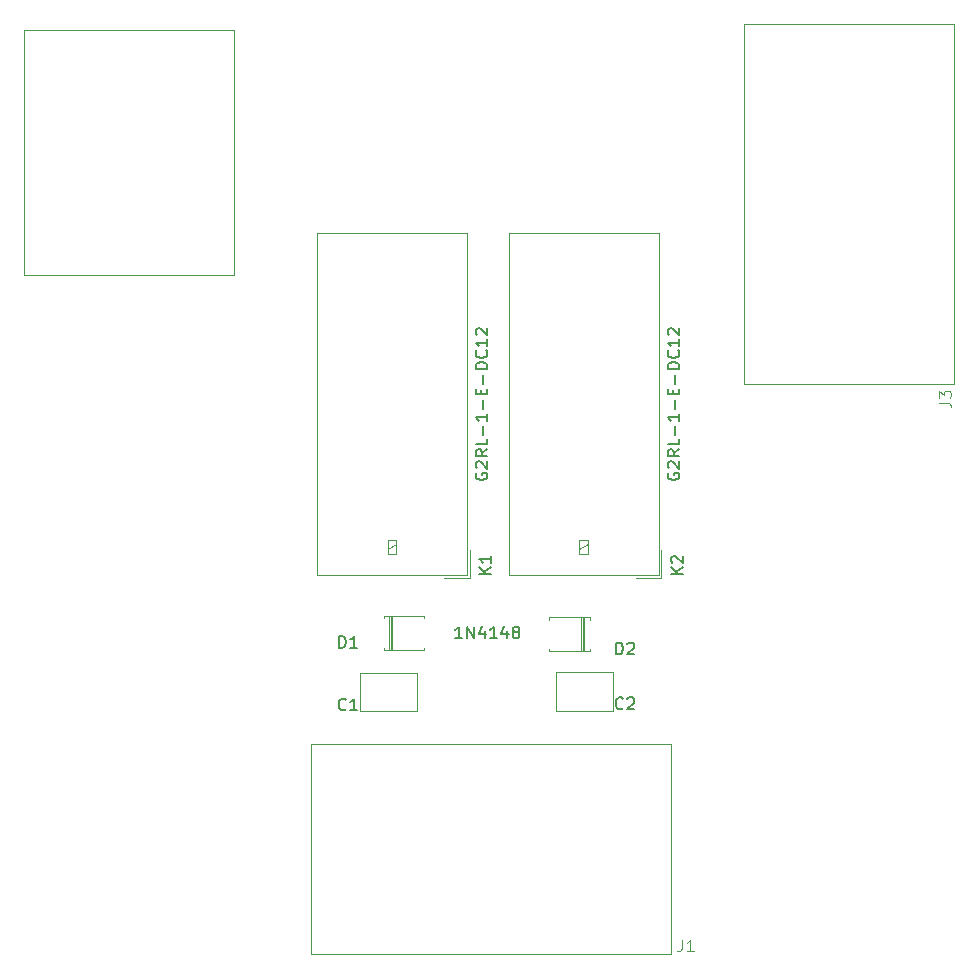
<source format=gbr>
%TF.GenerationSoftware,KiCad,Pcbnew,7.0.7+dfsg-1*%
%TF.CreationDate,2023-09-26T20:47:17-04:00*%
%TF.ProjectId,Relaybox,52656c61-7962-46f7-982e-6b696361645f,v1*%
%TF.SameCoordinates,Original*%
%TF.FileFunction,Legend,Top*%
%TF.FilePolarity,Positive*%
%FSLAX46Y46*%
G04 Gerber Fmt 4.6, Leading zero omitted, Abs format (unit mm)*
G04 Created by KiCad (PCBNEW 7.0.7+dfsg-1) date 2023-09-26 20:47:17*
%MOMM*%
%LPD*%
G01*
G04 APERTURE LIST*
%ADD10C,0.150000*%
%ADD11C,0.100000*%
%ADD12C,0.120000*%
G04 APERTURE END LIST*
D10*
X128233333Y-122459580D02*
X128185714Y-122507200D01*
X128185714Y-122507200D02*
X128042857Y-122554819D01*
X128042857Y-122554819D02*
X127947619Y-122554819D01*
X127947619Y-122554819D02*
X127804762Y-122507200D01*
X127804762Y-122507200D02*
X127709524Y-122411961D01*
X127709524Y-122411961D02*
X127661905Y-122316723D01*
X127661905Y-122316723D02*
X127614286Y-122126247D01*
X127614286Y-122126247D02*
X127614286Y-121983390D01*
X127614286Y-121983390D02*
X127661905Y-121792914D01*
X127661905Y-121792914D02*
X127709524Y-121697676D01*
X127709524Y-121697676D02*
X127804762Y-121602438D01*
X127804762Y-121602438D02*
X127947619Y-121554819D01*
X127947619Y-121554819D02*
X128042857Y-121554819D01*
X128042857Y-121554819D02*
X128185714Y-121602438D01*
X128185714Y-121602438D02*
X128233333Y-121650057D01*
X128614286Y-121650057D02*
X128661905Y-121602438D01*
X128661905Y-121602438D02*
X128757143Y-121554819D01*
X128757143Y-121554819D02*
X128995238Y-121554819D01*
X128995238Y-121554819D02*
X129090476Y-121602438D01*
X129090476Y-121602438D02*
X129138095Y-121650057D01*
X129138095Y-121650057D02*
X129185714Y-121745295D01*
X129185714Y-121745295D02*
X129185714Y-121840533D01*
X129185714Y-121840533D02*
X129138095Y-121983390D01*
X129138095Y-121983390D02*
X128566667Y-122554819D01*
X128566667Y-122554819D02*
X129185714Y-122554819D01*
D11*
X155007419Y-96583333D02*
X155721704Y-96583333D01*
X155721704Y-96583333D02*
X155864561Y-96630952D01*
X155864561Y-96630952D02*
X155959800Y-96726190D01*
X155959800Y-96726190D02*
X156007419Y-96869047D01*
X156007419Y-96869047D02*
X156007419Y-96964285D01*
X155007419Y-96202380D02*
X155007419Y-95583333D01*
X155007419Y-95583333D02*
X155388371Y-95916666D01*
X155388371Y-95916666D02*
X155388371Y-95773809D01*
X155388371Y-95773809D02*
X155435990Y-95678571D01*
X155435990Y-95678571D02*
X155483609Y-95630952D01*
X155483609Y-95630952D02*
X155578847Y-95583333D01*
X155578847Y-95583333D02*
X155816942Y-95583333D01*
X155816942Y-95583333D02*
X155912180Y-95630952D01*
X155912180Y-95630952D02*
X155959800Y-95678571D01*
X155959800Y-95678571D02*
X156007419Y-95773809D01*
X156007419Y-95773809D02*
X156007419Y-96059523D01*
X156007419Y-96059523D02*
X155959800Y-96154761D01*
X155959800Y-96154761D02*
X155912180Y-96202380D01*
D10*
X133317319Y-111100594D02*
X132317319Y-111100594D01*
X133317319Y-110529166D02*
X132745890Y-110957737D01*
X132317319Y-110529166D02*
X132888747Y-111100594D01*
X132412557Y-110148213D02*
X132364938Y-110100594D01*
X132364938Y-110100594D02*
X132317319Y-110005356D01*
X132317319Y-110005356D02*
X132317319Y-109767261D01*
X132317319Y-109767261D02*
X132364938Y-109672023D01*
X132364938Y-109672023D02*
X132412557Y-109624404D01*
X132412557Y-109624404D02*
X132507795Y-109576785D01*
X132507795Y-109576785D02*
X132603033Y-109576785D01*
X132603033Y-109576785D02*
X132745890Y-109624404D01*
X132745890Y-109624404D02*
X133317319Y-110195832D01*
X133317319Y-110195832D02*
X133317319Y-109576785D01*
X132052438Y-102557142D02*
X132004819Y-102652380D01*
X132004819Y-102652380D02*
X132004819Y-102795237D01*
X132004819Y-102795237D02*
X132052438Y-102938094D01*
X132052438Y-102938094D02*
X132147676Y-103033332D01*
X132147676Y-103033332D02*
X132242914Y-103080951D01*
X132242914Y-103080951D02*
X132433390Y-103128570D01*
X132433390Y-103128570D02*
X132576247Y-103128570D01*
X132576247Y-103128570D02*
X132766723Y-103080951D01*
X132766723Y-103080951D02*
X132861961Y-103033332D01*
X132861961Y-103033332D02*
X132957200Y-102938094D01*
X132957200Y-102938094D02*
X133004819Y-102795237D01*
X133004819Y-102795237D02*
X133004819Y-102699999D01*
X133004819Y-102699999D02*
X132957200Y-102557142D01*
X132957200Y-102557142D02*
X132909580Y-102509523D01*
X132909580Y-102509523D02*
X132576247Y-102509523D01*
X132576247Y-102509523D02*
X132576247Y-102699999D01*
X132100057Y-102128570D02*
X132052438Y-102080951D01*
X132052438Y-102080951D02*
X132004819Y-101985713D01*
X132004819Y-101985713D02*
X132004819Y-101747618D01*
X132004819Y-101747618D02*
X132052438Y-101652380D01*
X132052438Y-101652380D02*
X132100057Y-101604761D01*
X132100057Y-101604761D02*
X132195295Y-101557142D01*
X132195295Y-101557142D02*
X132290533Y-101557142D01*
X132290533Y-101557142D02*
X132433390Y-101604761D01*
X132433390Y-101604761D02*
X133004819Y-102176189D01*
X133004819Y-102176189D02*
X133004819Y-101557142D01*
X133004819Y-100557142D02*
X132528628Y-100890475D01*
X133004819Y-101128570D02*
X132004819Y-101128570D01*
X132004819Y-101128570D02*
X132004819Y-100747618D01*
X132004819Y-100747618D02*
X132052438Y-100652380D01*
X132052438Y-100652380D02*
X132100057Y-100604761D01*
X132100057Y-100604761D02*
X132195295Y-100557142D01*
X132195295Y-100557142D02*
X132338152Y-100557142D01*
X132338152Y-100557142D02*
X132433390Y-100604761D01*
X132433390Y-100604761D02*
X132481009Y-100652380D01*
X132481009Y-100652380D02*
X132528628Y-100747618D01*
X132528628Y-100747618D02*
X132528628Y-101128570D01*
X133004819Y-99652380D02*
X133004819Y-100128570D01*
X133004819Y-100128570D02*
X132004819Y-100128570D01*
X132623866Y-99319046D02*
X132623866Y-98557142D01*
X133004819Y-97557142D02*
X133004819Y-98128570D01*
X133004819Y-97842856D02*
X132004819Y-97842856D01*
X132004819Y-97842856D02*
X132147676Y-97938094D01*
X132147676Y-97938094D02*
X132242914Y-98033332D01*
X132242914Y-98033332D02*
X132290533Y-98128570D01*
X132623866Y-97128570D02*
X132623866Y-96366666D01*
X132481009Y-95890475D02*
X132481009Y-95557142D01*
X133004819Y-95414285D02*
X133004819Y-95890475D01*
X133004819Y-95890475D02*
X132004819Y-95890475D01*
X132004819Y-95890475D02*
X132004819Y-95414285D01*
X132623866Y-94985713D02*
X132623866Y-94223809D01*
X133004819Y-93747618D02*
X132004819Y-93747618D01*
X132004819Y-93747618D02*
X132004819Y-93509523D01*
X132004819Y-93509523D02*
X132052438Y-93366666D01*
X132052438Y-93366666D02*
X132147676Y-93271428D01*
X132147676Y-93271428D02*
X132242914Y-93223809D01*
X132242914Y-93223809D02*
X132433390Y-93176190D01*
X132433390Y-93176190D02*
X132576247Y-93176190D01*
X132576247Y-93176190D02*
X132766723Y-93223809D01*
X132766723Y-93223809D02*
X132861961Y-93271428D01*
X132861961Y-93271428D02*
X132957200Y-93366666D01*
X132957200Y-93366666D02*
X133004819Y-93509523D01*
X133004819Y-93509523D02*
X133004819Y-93747618D01*
X132909580Y-92176190D02*
X132957200Y-92223809D01*
X132957200Y-92223809D02*
X133004819Y-92366666D01*
X133004819Y-92366666D02*
X133004819Y-92461904D01*
X133004819Y-92461904D02*
X132957200Y-92604761D01*
X132957200Y-92604761D02*
X132861961Y-92699999D01*
X132861961Y-92699999D02*
X132766723Y-92747618D01*
X132766723Y-92747618D02*
X132576247Y-92795237D01*
X132576247Y-92795237D02*
X132433390Y-92795237D01*
X132433390Y-92795237D02*
X132242914Y-92747618D01*
X132242914Y-92747618D02*
X132147676Y-92699999D01*
X132147676Y-92699999D02*
X132052438Y-92604761D01*
X132052438Y-92604761D02*
X132004819Y-92461904D01*
X132004819Y-92461904D02*
X132004819Y-92366666D01*
X132004819Y-92366666D02*
X132052438Y-92223809D01*
X132052438Y-92223809D02*
X132100057Y-92176190D01*
X133004819Y-91223809D02*
X133004819Y-91795237D01*
X133004819Y-91509523D02*
X132004819Y-91509523D01*
X132004819Y-91509523D02*
X132147676Y-91604761D01*
X132147676Y-91604761D02*
X132242914Y-91699999D01*
X132242914Y-91699999D02*
X132290533Y-91795237D01*
X132100057Y-90842856D02*
X132052438Y-90795237D01*
X132052438Y-90795237D02*
X132004819Y-90699999D01*
X132004819Y-90699999D02*
X132004819Y-90461904D01*
X132004819Y-90461904D02*
X132052438Y-90366666D01*
X132052438Y-90366666D02*
X132100057Y-90319047D01*
X132100057Y-90319047D02*
X132195295Y-90271428D01*
X132195295Y-90271428D02*
X132290533Y-90271428D01*
X132290533Y-90271428D02*
X132433390Y-90319047D01*
X132433390Y-90319047D02*
X133004819Y-90890475D01*
X133004819Y-90890475D02*
X133004819Y-90271428D01*
D11*
X133209166Y-142052419D02*
X133209166Y-142766704D01*
X133209166Y-142766704D02*
X133161547Y-142909561D01*
X133161547Y-142909561D02*
X133066309Y-143004800D01*
X133066309Y-143004800D02*
X132923452Y-143052419D01*
X132923452Y-143052419D02*
X132828214Y-143052419D01*
X134209166Y-143052419D02*
X133637738Y-143052419D01*
X133923452Y-143052419D02*
X133923452Y-142052419D01*
X133923452Y-142052419D02*
X133828214Y-142195276D01*
X133828214Y-142195276D02*
X133732976Y-142290514D01*
X133732976Y-142290514D02*
X133637738Y-142338133D01*
D10*
X104211905Y-117354819D02*
X104211905Y-116354819D01*
X104211905Y-116354819D02*
X104450000Y-116354819D01*
X104450000Y-116354819D02*
X104592857Y-116402438D01*
X104592857Y-116402438D02*
X104688095Y-116497676D01*
X104688095Y-116497676D02*
X104735714Y-116592914D01*
X104735714Y-116592914D02*
X104783333Y-116783390D01*
X104783333Y-116783390D02*
X104783333Y-116926247D01*
X104783333Y-116926247D02*
X104735714Y-117116723D01*
X104735714Y-117116723D02*
X104688095Y-117211961D01*
X104688095Y-117211961D02*
X104592857Y-117307200D01*
X104592857Y-117307200D02*
X104450000Y-117354819D01*
X104450000Y-117354819D02*
X104211905Y-117354819D01*
X105735714Y-117354819D02*
X105164286Y-117354819D01*
X105450000Y-117354819D02*
X105450000Y-116354819D01*
X105450000Y-116354819D02*
X105354762Y-116497676D01*
X105354762Y-116497676D02*
X105259524Y-116592914D01*
X105259524Y-116592914D02*
X105164286Y-116640533D01*
X114607142Y-116554819D02*
X114035714Y-116554819D01*
X114321428Y-116554819D02*
X114321428Y-115554819D01*
X114321428Y-115554819D02*
X114226190Y-115697676D01*
X114226190Y-115697676D02*
X114130952Y-115792914D01*
X114130952Y-115792914D02*
X114035714Y-115840533D01*
X115035714Y-116554819D02*
X115035714Y-115554819D01*
X115035714Y-115554819D02*
X115607142Y-116554819D01*
X115607142Y-116554819D02*
X115607142Y-115554819D01*
X116511904Y-115888152D02*
X116511904Y-116554819D01*
X116273809Y-115507200D02*
X116035714Y-116221485D01*
X116035714Y-116221485D02*
X116654761Y-116221485D01*
X117559523Y-116554819D02*
X116988095Y-116554819D01*
X117273809Y-116554819D02*
X117273809Y-115554819D01*
X117273809Y-115554819D02*
X117178571Y-115697676D01*
X117178571Y-115697676D02*
X117083333Y-115792914D01*
X117083333Y-115792914D02*
X116988095Y-115840533D01*
X118416666Y-115888152D02*
X118416666Y-116554819D01*
X118178571Y-115507200D02*
X117940476Y-116221485D01*
X117940476Y-116221485D02*
X118559523Y-116221485D01*
X119083333Y-115983390D02*
X118988095Y-115935771D01*
X118988095Y-115935771D02*
X118940476Y-115888152D01*
X118940476Y-115888152D02*
X118892857Y-115792914D01*
X118892857Y-115792914D02*
X118892857Y-115745295D01*
X118892857Y-115745295D02*
X118940476Y-115650057D01*
X118940476Y-115650057D02*
X118988095Y-115602438D01*
X118988095Y-115602438D02*
X119083333Y-115554819D01*
X119083333Y-115554819D02*
X119273809Y-115554819D01*
X119273809Y-115554819D02*
X119369047Y-115602438D01*
X119369047Y-115602438D02*
X119416666Y-115650057D01*
X119416666Y-115650057D02*
X119464285Y-115745295D01*
X119464285Y-115745295D02*
X119464285Y-115792914D01*
X119464285Y-115792914D02*
X119416666Y-115888152D01*
X119416666Y-115888152D02*
X119369047Y-115935771D01*
X119369047Y-115935771D02*
X119273809Y-115983390D01*
X119273809Y-115983390D02*
X119083333Y-115983390D01*
X119083333Y-115983390D02*
X118988095Y-116031009D01*
X118988095Y-116031009D02*
X118940476Y-116078628D01*
X118940476Y-116078628D02*
X118892857Y-116173866D01*
X118892857Y-116173866D02*
X118892857Y-116364342D01*
X118892857Y-116364342D02*
X118940476Y-116459580D01*
X118940476Y-116459580D02*
X118988095Y-116507200D01*
X118988095Y-116507200D02*
X119083333Y-116554819D01*
X119083333Y-116554819D02*
X119273809Y-116554819D01*
X119273809Y-116554819D02*
X119369047Y-116507200D01*
X119369047Y-116507200D02*
X119416666Y-116459580D01*
X119416666Y-116459580D02*
X119464285Y-116364342D01*
X119464285Y-116364342D02*
X119464285Y-116173866D01*
X119464285Y-116173866D02*
X119416666Y-116078628D01*
X119416666Y-116078628D02*
X119369047Y-116031009D01*
X119369047Y-116031009D02*
X119273809Y-115983390D01*
X104783333Y-122559580D02*
X104735714Y-122607200D01*
X104735714Y-122607200D02*
X104592857Y-122654819D01*
X104592857Y-122654819D02*
X104497619Y-122654819D01*
X104497619Y-122654819D02*
X104354762Y-122607200D01*
X104354762Y-122607200D02*
X104259524Y-122511961D01*
X104259524Y-122511961D02*
X104211905Y-122416723D01*
X104211905Y-122416723D02*
X104164286Y-122226247D01*
X104164286Y-122226247D02*
X104164286Y-122083390D01*
X104164286Y-122083390D02*
X104211905Y-121892914D01*
X104211905Y-121892914D02*
X104259524Y-121797676D01*
X104259524Y-121797676D02*
X104354762Y-121702438D01*
X104354762Y-121702438D02*
X104497619Y-121654819D01*
X104497619Y-121654819D02*
X104592857Y-121654819D01*
X104592857Y-121654819D02*
X104735714Y-121702438D01*
X104735714Y-121702438D02*
X104783333Y-121750057D01*
X105735714Y-122654819D02*
X105164286Y-122654819D01*
X105450000Y-122654819D02*
X105450000Y-121654819D01*
X105450000Y-121654819D02*
X105354762Y-121797676D01*
X105354762Y-121797676D02*
X105259524Y-121892914D01*
X105259524Y-121892914D02*
X105164286Y-121940533D01*
X127661905Y-117904819D02*
X127661905Y-116904819D01*
X127661905Y-116904819D02*
X127900000Y-116904819D01*
X127900000Y-116904819D02*
X128042857Y-116952438D01*
X128042857Y-116952438D02*
X128138095Y-117047676D01*
X128138095Y-117047676D02*
X128185714Y-117142914D01*
X128185714Y-117142914D02*
X128233333Y-117333390D01*
X128233333Y-117333390D02*
X128233333Y-117476247D01*
X128233333Y-117476247D02*
X128185714Y-117666723D01*
X128185714Y-117666723D02*
X128138095Y-117761961D01*
X128138095Y-117761961D02*
X128042857Y-117857200D01*
X128042857Y-117857200D02*
X127900000Y-117904819D01*
X127900000Y-117904819D02*
X127661905Y-117904819D01*
X128614286Y-117000057D02*
X128661905Y-116952438D01*
X128661905Y-116952438D02*
X128757143Y-116904819D01*
X128757143Y-116904819D02*
X128995238Y-116904819D01*
X128995238Y-116904819D02*
X129090476Y-116952438D01*
X129090476Y-116952438D02*
X129138095Y-117000057D01*
X129138095Y-117000057D02*
X129185714Y-117095295D01*
X129185714Y-117095295D02*
X129185714Y-117190533D01*
X129185714Y-117190533D02*
X129138095Y-117333390D01*
X129138095Y-117333390D02*
X128566667Y-117904819D01*
X128566667Y-117904819D02*
X129185714Y-117904819D01*
X117067319Y-111100594D02*
X116067319Y-111100594D01*
X117067319Y-110529166D02*
X116495890Y-110957737D01*
X116067319Y-110529166D02*
X116638747Y-111100594D01*
X117067319Y-109576785D02*
X117067319Y-110148213D01*
X117067319Y-109862499D02*
X116067319Y-109862499D01*
X116067319Y-109862499D02*
X116210176Y-109957737D01*
X116210176Y-109957737D02*
X116305414Y-110052975D01*
X116305414Y-110052975D02*
X116353033Y-110148213D01*
X115802438Y-102557142D02*
X115754819Y-102652380D01*
X115754819Y-102652380D02*
X115754819Y-102795237D01*
X115754819Y-102795237D02*
X115802438Y-102938094D01*
X115802438Y-102938094D02*
X115897676Y-103033332D01*
X115897676Y-103033332D02*
X115992914Y-103080951D01*
X115992914Y-103080951D02*
X116183390Y-103128570D01*
X116183390Y-103128570D02*
X116326247Y-103128570D01*
X116326247Y-103128570D02*
X116516723Y-103080951D01*
X116516723Y-103080951D02*
X116611961Y-103033332D01*
X116611961Y-103033332D02*
X116707200Y-102938094D01*
X116707200Y-102938094D02*
X116754819Y-102795237D01*
X116754819Y-102795237D02*
X116754819Y-102699999D01*
X116754819Y-102699999D02*
X116707200Y-102557142D01*
X116707200Y-102557142D02*
X116659580Y-102509523D01*
X116659580Y-102509523D02*
X116326247Y-102509523D01*
X116326247Y-102509523D02*
X116326247Y-102699999D01*
X115850057Y-102128570D02*
X115802438Y-102080951D01*
X115802438Y-102080951D02*
X115754819Y-101985713D01*
X115754819Y-101985713D02*
X115754819Y-101747618D01*
X115754819Y-101747618D02*
X115802438Y-101652380D01*
X115802438Y-101652380D02*
X115850057Y-101604761D01*
X115850057Y-101604761D02*
X115945295Y-101557142D01*
X115945295Y-101557142D02*
X116040533Y-101557142D01*
X116040533Y-101557142D02*
X116183390Y-101604761D01*
X116183390Y-101604761D02*
X116754819Y-102176189D01*
X116754819Y-102176189D02*
X116754819Y-101557142D01*
X116754819Y-100557142D02*
X116278628Y-100890475D01*
X116754819Y-101128570D02*
X115754819Y-101128570D01*
X115754819Y-101128570D02*
X115754819Y-100747618D01*
X115754819Y-100747618D02*
X115802438Y-100652380D01*
X115802438Y-100652380D02*
X115850057Y-100604761D01*
X115850057Y-100604761D02*
X115945295Y-100557142D01*
X115945295Y-100557142D02*
X116088152Y-100557142D01*
X116088152Y-100557142D02*
X116183390Y-100604761D01*
X116183390Y-100604761D02*
X116231009Y-100652380D01*
X116231009Y-100652380D02*
X116278628Y-100747618D01*
X116278628Y-100747618D02*
X116278628Y-101128570D01*
X116754819Y-99652380D02*
X116754819Y-100128570D01*
X116754819Y-100128570D02*
X115754819Y-100128570D01*
X116373866Y-99319046D02*
X116373866Y-98557142D01*
X116754819Y-97557142D02*
X116754819Y-98128570D01*
X116754819Y-97842856D02*
X115754819Y-97842856D01*
X115754819Y-97842856D02*
X115897676Y-97938094D01*
X115897676Y-97938094D02*
X115992914Y-98033332D01*
X115992914Y-98033332D02*
X116040533Y-98128570D01*
X116373866Y-97128570D02*
X116373866Y-96366666D01*
X116231009Y-95890475D02*
X116231009Y-95557142D01*
X116754819Y-95414285D02*
X116754819Y-95890475D01*
X116754819Y-95890475D02*
X115754819Y-95890475D01*
X115754819Y-95890475D02*
X115754819Y-95414285D01*
X116373866Y-94985713D02*
X116373866Y-94223809D01*
X116754819Y-93747618D02*
X115754819Y-93747618D01*
X115754819Y-93747618D02*
X115754819Y-93509523D01*
X115754819Y-93509523D02*
X115802438Y-93366666D01*
X115802438Y-93366666D02*
X115897676Y-93271428D01*
X115897676Y-93271428D02*
X115992914Y-93223809D01*
X115992914Y-93223809D02*
X116183390Y-93176190D01*
X116183390Y-93176190D02*
X116326247Y-93176190D01*
X116326247Y-93176190D02*
X116516723Y-93223809D01*
X116516723Y-93223809D02*
X116611961Y-93271428D01*
X116611961Y-93271428D02*
X116707200Y-93366666D01*
X116707200Y-93366666D02*
X116754819Y-93509523D01*
X116754819Y-93509523D02*
X116754819Y-93747618D01*
X116659580Y-92176190D02*
X116707200Y-92223809D01*
X116707200Y-92223809D02*
X116754819Y-92366666D01*
X116754819Y-92366666D02*
X116754819Y-92461904D01*
X116754819Y-92461904D02*
X116707200Y-92604761D01*
X116707200Y-92604761D02*
X116611961Y-92699999D01*
X116611961Y-92699999D02*
X116516723Y-92747618D01*
X116516723Y-92747618D02*
X116326247Y-92795237D01*
X116326247Y-92795237D02*
X116183390Y-92795237D01*
X116183390Y-92795237D02*
X115992914Y-92747618D01*
X115992914Y-92747618D02*
X115897676Y-92699999D01*
X115897676Y-92699999D02*
X115802438Y-92604761D01*
X115802438Y-92604761D02*
X115754819Y-92461904D01*
X115754819Y-92461904D02*
X115754819Y-92366666D01*
X115754819Y-92366666D02*
X115802438Y-92223809D01*
X115802438Y-92223809D02*
X115850057Y-92176190D01*
X116754819Y-91223809D02*
X116754819Y-91795237D01*
X116754819Y-91509523D02*
X115754819Y-91509523D01*
X115754819Y-91509523D02*
X115897676Y-91604761D01*
X115897676Y-91604761D02*
X115992914Y-91699999D01*
X115992914Y-91699999D02*
X116040533Y-91795237D01*
X115850057Y-90842856D02*
X115802438Y-90795237D01*
X115802438Y-90795237D02*
X115754819Y-90699999D01*
X115754819Y-90699999D02*
X115754819Y-90461904D01*
X115754819Y-90461904D02*
X115802438Y-90366666D01*
X115802438Y-90366666D02*
X115850057Y-90319047D01*
X115850057Y-90319047D02*
X115945295Y-90271428D01*
X115945295Y-90271428D02*
X116040533Y-90271428D01*
X116040533Y-90271428D02*
X116183390Y-90319047D01*
X116183390Y-90319047D02*
X116754819Y-90890475D01*
X116754819Y-90890475D02*
X116754819Y-90271428D01*
D12*
%TO.C,C2*%
X122530000Y-119430000D02*
X122530000Y-122670000D01*
X122530000Y-119430000D02*
X127370000Y-119430000D01*
X122530000Y-122670000D02*
X127370000Y-122670000D01*
X127370000Y-119430000D02*
X127370000Y-122670000D01*
D11*
%TO.C,J3*%
X156235000Y-64517500D02*
X138455000Y-64517500D01*
X138455000Y-64517500D02*
X138455000Y-94997500D01*
X138455000Y-94997500D02*
X156235000Y-94997500D01*
X156235000Y-94997500D02*
X156235000Y-64517500D01*
%TO.C,J2*%
X77510000Y-85750500D02*
X95290000Y-85750500D01*
X95290000Y-85750500D02*
X95290000Y-65049500D01*
X95290000Y-65049500D02*
X77510000Y-65049500D01*
X77510000Y-65049500D02*
X77510000Y-85750500D01*
D12*
%TO.C,K2*%
X131490000Y-111440000D02*
X129300000Y-111440000D01*
X131490000Y-109100000D02*
X131490000Y-111440000D01*
X131250000Y-111200000D02*
X131250000Y-82200000D01*
X131250000Y-82200000D02*
X118550000Y-82200000D01*
X125250000Y-109400000D02*
X125250000Y-108200000D01*
X125250000Y-108600000D02*
X124550000Y-109000000D01*
X125250000Y-108200000D02*
X124550000Y-108200000D01*
X124550000Y-109400000D02*
X125250000Y-109400000D01*
X124550000Y-108200000D02*
X124550000Y-109400000D01*
X118550000Y-111200000D02*
X131250000Y-111200000D01*
X118550000Y-82200000D02*
X118550000Y-111200000D01*
D11*
%TO.C,J1*%
X132282500Y-143285000D02*
X101802500Y-143285000D01*
X101802500Y-143285000D02*
X101802500Y-125505000D01*
X101802500Y-125505000D02*
X132282500Y-125505000D01*
X132282500Y-125505000D02*
X132282500Y-143285000D01*
D12*
%TO.C,D1*%
X107980000Y-114680000D02*
X111420000Y-114680000D01*
X107980000Y-114860000D02*
X107980000Y-114680000D01*
X107980000Y-117340000D02*
X107980000Y-117520000D01*
X107980000Y-117520000D02*
X111420000Y-117520000D01*
X108460000Y-114680000D02*
X108460000Y-117520000D01*
X108580000Y-114680000D02*
X108580000Y-117520000D01*
X108700000Y-114680000D02*
X108700000Y-117520000D01*
X111420000Y-114680000D02*
X111420000Y-114860000D01*
X111420000Y-117520000D02*
X111420000Y-117340000D01*
%TO.C,C1*%
X110820000Y-122720000D02*
X110820000Y-119480000D01*
X110820000Y-122720000D02*
X105980000Y-122720000D01*
X110820000Y-119480000D02*
X105980000Y-119480000D01*
X105980000Y-122720000D02*
X105980000Y-119480000D01*
%TO.C,D2*%
X125420000Y-117620000D02*
X121980000Y-117620000D01*
X125420000Y-117440000D02*
X125420000Y-117620000D01*
X125420000Y-114960000D02*
X125420000Y-114780000D01*
X125420000Y-114780000D02*
X121980000Y-114780000D01*
X124940000Y-117620000D02*
X124940000Y-114780000D01*
X124820000Y-117620000D02*
X124820000Y-114780000D01*
X124700000Y-117620000D02*
X124700000Y-114780000D01*
X121980000Y-117620000D02*
X121980000Y-117440000D01*
X121980000Y-114780000D02*
X121980000Y-114960000D01*
%TO.C,K1*%
X115240000Y-111440000D02*
X113050000Y-111440000D01*
X115240000Y-109100000D02*
X115240000Y-111440000D01*
X115000000Y-111200000D02*
X115000000Y-82200000D01*
X115000000Y-82200000D02*
X102300000Y-82200000D01*
X109000000Y-109400000D02*
X109000000Y-108200000D01*
X109000000Y-108600000D02*
X108300000Y-109000000D01*
X109000000Y-108200000D02*
X108300000Y-108200000D01*
X108300000Y-109400000D02*
X109000000Y-109400000D01*
X108300000Y-108200000D02*
X108300000Y-109400000D01*
X102300000Y-111200000D02*
X115000000Y-111200000D01*
X102300000Y-82200000D02*
X102300000Y-111200000D01*
%TD*%
M02*

</source>
